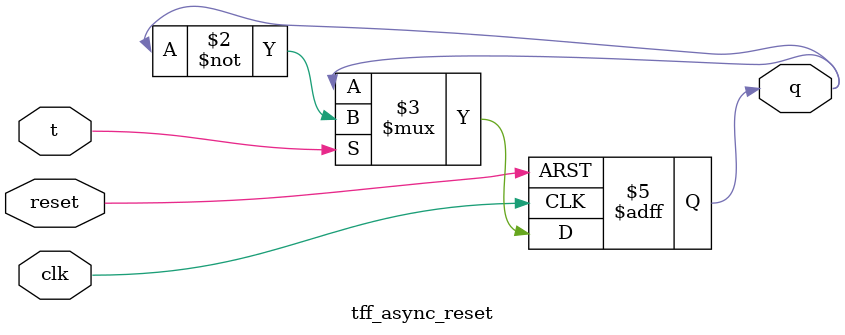
<source format=v>
module tff_async_reset(input clk, input reset, input t, output reg q);
    always @(posedge clk or posedge reset) begin
        if (reset)
            q <= 1'b0;
        else if (t)
            q <= ~q;
    end
endmodule
</source>
